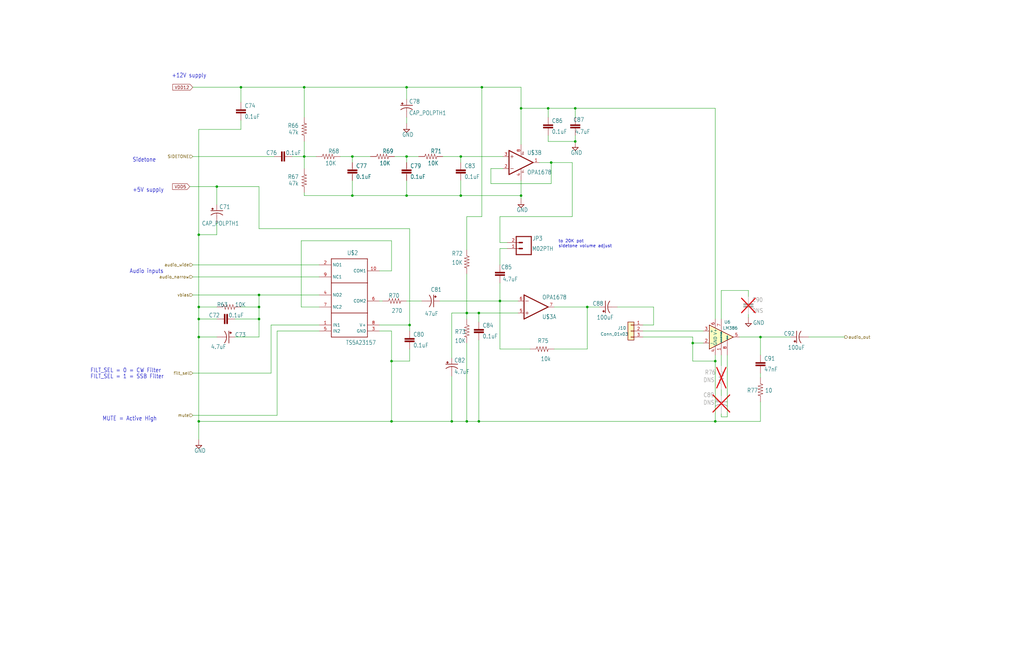
<source format=kicad_sch>
(kicad_sch (version 20230121) (generator eeschema)
  (paper "B")
  (lib_symbols
    (symbol "Amplifier_Audio:LM386" (pin_names (offset 0.127))
      (property "Reference" "U" (at 1.27 7.62 0))
      (property "Value" "LM386" (at 1.27 5.08 0))
      (symbol "LM386_0_1"
        (polyline (pts (xy 5.08 0) (xy -5.08 5.08) (xy -5.08 -5.08) (xy 5.08 0)) (stroke (width 0.254)) (fill (type background)))
      )
      (symbol "LM386_1_1"
        (pin input line (at 0 -7.62 90) (length 5.08) (name "GAIN") (number "1"))
        (pin input line (at -7.62 -2.54 0) (length 2.54) (name "-") (number "2"))
        (pin input line (at -7.62 2.54 0) (length 2.54) (name "+") (number "3"))
        (pin power_in line (at -2.54 -7.62 90) (length 3.81) (name "GND") (number "4"))
        (pin output line (at 7.62 0 180) (length 2.54) (name "~") (number "5"))
        (pin power_in line (at -2.54 7.62 270) (length 3.81) (name "V+") (number "6"))
        (pin input line (at 0 7.62 270) (length 5.08) (name "BYPASS") (number "7"))
        (pin input line (at 2.54 -7.62 90) (length 6.35) (name "GAIN") (number "8"))
      )
    )
    (symbol "Connector_Generic:Conn_01x03" (pin_names (offset 1.016) hide)
      (property "Reference" "J" (at 0 5.08 0))
      (property "Value" "Conn_01x03" (at 0 -5.08 0))
      (symbol "Conn_01x03_1_1"
        (rectangle (start -1.27 -2.413) (end 0 -2.667) (stroke (width 0.1524)))
        (rectangle (start -1.27 0.127) (end 0 -0.127) (stroke (width 0.1524)))
        (rectangle (start -1.27 2.667) (end 0 2.413) (stroke (width 0.1524)))
        (rectangle (start -1.27 3.81) (end 1.27 -3.81) (stroke (width 0.254)) (fill (type background)))
        (pin passive line (at -5.08 2.54 0) (length 3.81) (name "Pin_1") (number "1"))
        (pin passive line (at -5.08 0 0) (length 3.81) (name "Pin_2") (number "2"))
        (pin passive line (at -5.08 -2.54 0) (length 3.81) (name "Pin_3") (number "3"))
      )
    )
    (symbol "LM4562_1"
      (property "Reference" "U$602" (at 2.54 3.175 0))
      (property "Value" "OPA1678" (at 2.54 -5.08 0))
      (symbol "LM4562_1_1_0"
        (polyline (pts (xy -5.08 -5.08) (xy 5.08 0)) (stroke (width 0.4064)))
        (polyline (pts (xy -5.08 5.08) (xy -5.08 -5.08)) (stroke (width 0.4064)))
        (polyline (pts (xy -4.445 -2.54) (xy -3.175 -2.54)) (stroke (width 0.1524)))
        (polyline (pts (xy -4.445 2.54) (xy -3.175 2.54)) (stroke (width 0.1524)))
        (polyline (pts (xy -3.81 3.175) (xy -3.81 1.905)) (stroke (width 0.1524)))
        (polyline (pts (xy 5.08 0) (xy -5.08 5.08)) (stroke (width 0.4064)))
        (pin input line (at -7.62 2.54 0) (length 2.54) (name "+IN") (number "5"))
        (pin input line (at -7.62 -2.54 0) (length 2.54) (name "-IN") (number "6"))
        (pin output line (at 7.62 0 180) (length 2.54) (name "OUT") (number "7"))
      )
      (symbol "LM4562_1_2_0"
        (polyline (pts (xy -5.08 -5.08) (xy 5.08 0)) (stroke (width 0.4064)))
        (polyline (pts (xy -5.08 5.08) (xy -5.08 -5.08)) (stroke (width 0.4064)))
        (polyline (pts (xy -4.445 -2.54) (xy -3.175 -2.54)) (stroke (width 0.1524)))
        (polyline (pts (xy -4.445 2.54) (xy -3.175 2.54)) (stroke (width 0.1524)))
        (polyline (pts (xy -3.81 3.175) (xy -3.81 1.905)) (stroke (width 0.1524)))
        (polyline (pts (xy 5.08 0) (xy -5.08 5.08)) (stroke (width 0.4064)))
        (text "V+" (at 1.27 3.175 900) (effects (font (size 0.8128 0.6908)) (justify left bottom)))
        (text "V-" (at 1.27 -4.445 900) (effects (font (size 0.8128 0.6908)) (justify left bottom)))
        (pin output line (at 7.62 0 180) (length 2.54) (name "OUT") (number "1"))
        (pin input line (at -7.62 -2.54 0) (length 2.54) (name "-IN") (number "2"))
        (pin input line (at -7.62 2.54 0) (length 2.54) (name "+IN") (number "3"))
        (pin input line (at 0 -7.62 90) (length 5.08) (name "V-") (number "4"))
        (pin input line (at 0 7.62 270) (length 5.08) (name "V+") (number "8"))
      )
    )
    (symbol "audioModule2-eagle-import:CAP0603-CAP"
      (property "Reference" "C" (at 1.524 2.921 0))
      (property "Value" "CAP0603-CAP" (at 1.524 -2.159 0))
      (symbol "CAP0603-CAP_1_0"
        (rectangle (start -2.032 0.508) (end 2.032 1.016) (fill (type outline)))
        (rectangle (start -2.032 1.524) (end 2.032 2.032) (fill (type outline)))
        (polyline (pts (xy 0 0) (xy 0 0.508)) (stroke (width 0.1524)))
        (polyline (pts (xy 0 2.54) (xy 0 2.032)) (stroke (width 0.1524)))
        (pin passive line (at 0 5.08 270) (length 2.54) (name "1") (number "1"))
        (pin passive line (at 0 -2.54 90) (length 2.54) (name "2") (number "2"))
      )
    )
    (symbol "audioModule2-eagle-import:CAP_POLPTH1"
      (property "Reference" "C" (at 1.016 0.635 0))
      (property "Value" "CAP_POLPTH1" (at 1.016 -4.191 0))
      (symbol "CAP_POLPTH1_1_0"
        (rectangle (start -2.253 0.668) (end -1.364 0.795) (fill (type outline)))
        (rectangle (start -1.872 0.287) (end -1.745 1.176) (fill (type outline)))
        (arc (start 0 -1.0161) (mid -1.3021 -1.2302) (end -2.4669 -1.8504) (stroke (width 0.254)))
        (polyline (pts (xy -2.54 0) (xy 2.54 0)) (stroke (width 0.254)))
        (polyline (pts (xy 0 -1.016) (xy 0 -2.54)) (stroke (width 0.1524)))
        (arc (start 2.4892 -1.8542) (mid 1.3158 -1.2195) (end 0 -1) (stroke (width 0.254)))
        (pin passive line (at 0 2.54 270) (length 2.54) (name "+") (number "1"))
        (pin passive line (at 0 -5.08 90) (length 2.54) (name "-") (number "2"))
      )
    )
    (symbol "audioModule2-eagle-import:GND" (power)
      (property "Value" "GND" (at -1.905 -3.175 0))
      (symbol "GND_1_0"
        (polyline (pts (xy -1.27 0) (xy 1.27 0)) (stroke (width 0.254)))
        (polyline (pts (xy 0 -1.27) (xy -1.27 0)) (stroke (width 0.254)))
        (polyline (pts (xy 1.27 0) (xy 0 -1.27)) (stroke (width 0.254)))
        (pin power_in line (at 0 2.54 270) (length 2.54) (name "GND") (number "1"))
      )
    )
    (symbol "audioModule2-eagle-import:LM4562"
      (property "Reference" "U$602" (at 2.54 3.175 0))
      (property "Value" "OPA1678" (at 2.54 -5.08 0))
      (symbol "LM4562_1_0"
        (polyline (pts (xy -5.08 -5.08) (xy 5.08 0)) (stroke (width 0.4064)))
        (polyline (pts (xy -5.08 5.08) (xy -5.08 -5.08)) (stroke (width 0.4064)))
        (polyline (pts (xy -4.445 -2.54) (xy -3.175 -2.54)) (stroke (width 0.1524)))
        (polyline (pts (xy -4.445 2.54) (xy -3.175 2.54)) (stroke (width 0.1524)))
        (polyline (pts (xy -3.81 3.175) (xy -3.81 1.905)) (stroke (width 0.1524)))
        (polyline (pts (xy 5.08 0) (xy -5.08 5.08)) (stroke (width 0.4064)))
        (pin input line (at -7.62 2.54 0) (length 2.54) (name "+IN") (number "5"))
        (pin input line (at -7.62 -2.54 0) (length 2.54) (name "-IN") (number "6"))
        (pin output line (at 7.62 0 180) (length 2.54) (name "OUT") (number "7"))
      )
      (symbol "LM4562_2_0"
        (polyline (pts (xy -5.08 -5.08) (xy 5.08 0)) (stroke (width 0.4064)))
        (polyline (pts (xy -5.08 5.08) (xy -5.08 -5.08)) (stroke (width 0.4064)))
        (polyline (pts (xy -4.445 -2.54) (xy -3.175 -2.54)) (stroke (width 0.1524)))
        (polyline (pts (xy -4.445 2.54) (xy -3.175 2.54)) (stroke (width 0.1524)))
        (polyline (pts (xy -3.81 3.175) (xy -3.81 1.905)) (stroke (width 0.1524)))
        (polyline (pts (xy 5.08 0) (xy -5.08 5.08)) (stroke (width 0.4064)))
        (text "V+" (at 1.27 3.175 900) (effects (font (size 0.8128 0.6908)) (justify left bottom)))
        (text "V-" (at 1.27 -4.445 900) (effects (font (size 0.8128 0.6908)) (justify left bottom)))
        (pin output line (at 7.62 0 180) (length 2.54) (name "OUT") (number "1"))
        (pin input line (at -7.62 -2.54 0) (length 2.54) (name "-IN") (number "2"))
        (pin input line (at -7.62 2.54 0) (length 2.54) (name "+IN") (number "3"))
        (pin input line (at 0 -7.62 90) (length 5.08) (name "V-") (number "4"))
        (pin input line (at 0 7.62 270) (length 5.08) (name "V+") (number "8"))
      )
    )
    (symbol "audioModule2-eagle-import:RESISTOR0603-RES"
      (property "Reference" "R" (at -3.81 1.4986 0))
      (property "Value" "RESISTOR0603-RES" (at -3.81 -3.302 0))
      (symbol "RESISTOR0603-RES_1_0"
        (polyline (pts (xy -2.54 0) (xy -2.159 1.016)) (stroke (width 0.1524)))
        (polyline (pts (xy -2.159 1.016) (xy -1.524 -1.016)) (stroke (width 0.1524)))
        (polyline (pts (xy -1.524 -1.016) (xy -0.889 1.016)) (stroke (width 0.1524)))
        (polyline (pts (xy -0.889 1.016) (xy -0.254 -1.016)) (stroke (width 0.1524)))
        (polyline (pts (xy -0.254 -1.016) (xy 0.381 1.016)) (stroke (width 0.1524)))
        (polyline (pts (xy 0.381 1.016) (xy 1.016 -1.016)) (stroke (width 0.1524)))
        (polyline (pts (xy 1.016 -1.016) (xy 1.651 1.016)) (stroke (width 0.1524)))
        (polyline (pts (xy 1.651 1.016) (xy 2.286 -1.016)) (stroke (width 0.1524)))
        (polyline (pts (xy 2.286 -1.016) (xy 2.54 0)) (stroke (width 0.1524)))
        (pin passive line (at -5.08 0 0) (length 2.54) (name "1") (number "1"))
        (pin passive line (at 5.08 0 180) (length 2.54) (name "2") (number "2"))
      )
    )
    (symbol "audioModule2-eagle-import:TS5A23157"
      (property "Reference" "U$2" (at 6.604 34.544 0))
      (property "Value" "TS5A23157" (at 6.096 -3.302 0))
      (symbol "TS5A23157_1_0"
        (polyline (pts (xy 0 0) (xy 15.24 0)) (stroke (width 0.254)))
        (polyline (pts (xy 0 10.16) (xy 0 0)) (stroke (width 0.254)))
        (polyline (pts (xy 0 10.16) (xy 15.24 10.16)) (stroke (width 0.254)))
        (polyline (pts (xy 0 22.86) (xy 0 10.16)) (stroke (width 0.254)))
        (polyline (pts (xy 0 22.86) (xy 15.24 22.86)) (stroke (width 0.254)))
        (polyline (pts (xy 0 33.02) (xy 0 22.86)) (stroke (width 0.254)))
        (polyline (pts (xy 15.24 0) (xy 15.24 10.16)) (stroke (width 0.254)))
        (polyline (pts (xy 15.24 10.16) (xy 15.24 22.86)) (stroke (width 0.254)))
        (polyline (pts (xy 15.24 22.86) (xy 15.24 33.02)) (stroke (width 0.254)))
        (polyline (pts (xy 15.24 33.02) (xy 0 33.02)) (stroke (width 0.254)))
        (pin input line (at -5.08 5.08 0) (length 5.08) (name "IN1") (number "1"))
        (pin bidirectional line (at 20.32 27.94 180) (length 5.08) (name "COM1") (number "10"))
        (pin bidirectional line (at -5.08 30.48 0) (length 5.08) (name "NO1") (number "2"))
        (pin power_in line (at 20.32 2.54 180) (length 5.08) (name "GND") (number "3"))
        (pin bidirectional line (at -5.08 17.78 0) (length 5.08) (name "NO2") (number "4"))
        (pin input line (at -5.08 2.54 0) (length 5.08) (name "IN2") (number "5"))
        (pin bidirectional line (at 20.32 15.24 180) (length 5.08) (name "COM2") (number "6"))
        (pin bidirectional line (at -5.08 12.7 0) (length 5.08) (name "NC2") (number "7"))
        (pin power_in line (at 20.32 5.08 180) (length 5.08) (name "V+") (number "8"))
        (pin bidirectional line (at -5.08 25.4 0) (length 5.08) (name "NC1") (number "9"))
      )
    )
    (symbol "powerAmp_RevB-eagle-import:M02PTH"
      (property "Reference" "JP" (at -2.54 5.842 0))
      (property "Value" "M02PTH" (at -2.54 -5.08 0))
      (symbol "M02PTH_1_0"
        (polyline (pts (xy -2.54 5.08) (xy -2.54 -2.54)) (stroke (width 0.4064)))
        (polyline (pts (xy -2.54 5.08) (xy 3.81 5.08)) (stroke (width 0.4064)))
        (polyline (pts (xy 1.27 0) (xy 2.54 0)) (stroke (width 0.6096)))
        (polyline (pts (xy 1.27 2.54) (xy 2.54 2.54)) (stroke (width 0.6096)))
        (polyline (pts (xy 3.81 -2.54) (xy -2.54 -2.54)) (stroke (width 0.4064)))
        (polyline (pts (xy 3.81 -2.54) (xy 3.81 5.08)) (stroke (width 0.4064)))
        (pin passive line (at 7.62 0 180) (length 5.08) (name "1") (number "1"))
        (pin passive line (at 7.62 2.54 180) (length 5.08) (name "2") (number "2"))
      )
    )
  )
  (junction (at 171.45 82.55))
  (junction (at 301.625 177.8))
  (junction (at 165.1 177.8))
  (junction (at 219.71 45.72))
  (junction (at 83.82 177.8))
  (junction (at 83.82 134.62))
  (junction (at 171.45 66.04))
  (junction (at 210.82 127))
  (junction (at 201.93 132.08))
  (junction (at 292.1 144.78))
  (junction (at 172.72 137.16))
  (junction (at 231.14 45.72))
  (junction (at 109.22 124.46))
  (junction (at 196.85 177.8))
  (junction (at 247.65 129.54))
  (junction (at 203.2 36.83))
  (junction (at 83.82 129.54))
  (junction (at 242.57 59.69))
  (junction (at 242.57 45.72))
  (junction (at 128.27 66.04))
  (junction (at 190.5 177.8))
  (junction (at 194.31 82.55))
  (junction (at 320.675 142.24))
  (junction (at 83.82 142.24))
  (junction (at 91.44 78.74))
  (junction (at 148.59 66.04))
  (junction (at 171.45 36.83))
  (junction (at 232.41 68.58))
  (junction (at 109.22 134.62))
  (junction (at 109.22 129.54))
  (junction (at 194.31 66.04))
  (junction (at 165.1 152.4))
  (junction (at 101.6 36.83))
  (junction (at 301.625 152.4))
  (junction (at 219.71 82.55))
  (junction (at 196.85 132.08))
  (junction (at 148.59 82.55))
  (junction (at 201.93 177.8))
  (junction (at 128.27 36.83))
  (junction (at 83.82 99.06))
  (wire (pts (xy 275.59 129.54) (xy 275.59 137.16)))
  (wire (pts (xy 81.28 111.76) (xy 134.62 111.76)))
  (wire (pts (xy 81.28 124.46) (xy 109.22 124.46)))
  (wire (pts (xy 83.82 134.62) (xy 83.82 142.24)))
  (wire (pts (xy 116.84 139.7) (xy 134.62 139.7)))
  (wire (pts (xy 231.14 45.72) (xy 219.71 45.72)))
  (wire (pts (xy 114.3 157.48) (xy 114.3 137.16)))
  (wire (pts (xy 81.28 157.48) (xy 114.3 157.48)))
  (wire (pts (xy 80.01 78.74) (xy 91.44 78.74)))
  (wire (pts (xy 233.68 129.54) (xy 247.65 129.54)))
  (wire (pts (xy 275.59 137.16) (xy 271.145 137.16)))
  (wire (pts (xy 304.165 134.62) (xy 304.165 122.555)))
  (wire (pts (xy 114.3 137.16) (xy 134.62 137.16)))
  (wire (pts (xy 185.42 127) (xy 210.82 127)))
  (wire (pts (xy 116.84 139.7) (xy 116.84 175.26)))
  (wire (pts (xy 83.82 129.54) (xy 83.82 134.62)))
  (wire (pts (xy 260.35 129.54) (xy 275.59 129.54)))
  (wire (pts (xy 148.59 76.2) (xy 148.59 82.55)))
  (wire (pts (xy 190.5 158.75) (xy 190.5 177.8)))
  (wire (pts (xy 171.45 36.83) (xy 171.45 41.91)))
  (wire (pts (xy 109.22 96.52) (xy 172.72 96.52)))
  (wire (pts (xy 148.59 66.04) (xy 148.59 68.58)))
  (wire (pts (xy 128.27 66.04) (xy 128.27 71.12)))
  (wire (pts (xy 196.85 132.08) (xy 201.93 132.08)))
  (wire (pts (xy 83.82 99.06) (xy 83.82 129.54)))
  (wire (pts (xy 190.5 177.8) (xy 196.85 177.8)))
  (wire (pts (xy 233.68 147.32) (xy 247.65 147.32)))
  (wire (pts (xy 91.44 86.36) (xy 91.44 78.74)))
  (wire (pts (xy 128.27 36.83) (xy 171.45 36.83)))
  (wire (pts (xy 160.02 139.7) (xy 165.1 139.7)))
  (wire (pts (xy 242.57 45.72) (xy 231.14 45.72)))
  (wire (pts (xy 304.165 149.86) (xy 304.165 154.305)))
  (wire (pts (xy 301.625 149.86) (xy 301.625 152.4)))
  (wire (pts (xy 219.71 45.72) (xy 219.71 36.83)))
  (wire (pts (xy 203.2 36.83) (xy 171.45 36.83)))
  (wire (pts (xy 172.72 152.4) (xy 165.1 152.4)))
  (wire (pts (xy 83.82 142.24) (xy 91.44 142.24)))
  (wire (pts (xy 210.82 102.362) (xy 213.868 102.362)))
  (wire (pts (xy 231.14 57.15) (xy 231.14 59.69)))
  (wire (pts (xy 165.1 152.4) (xy 165.1 177.8)))
  (wire (pts (xy 171.45 49.53) (xy 171.45 52.07)))
  (wire (pts (xy 219.71 36.83) (xy 203.2 36.83)))
  (wire (pts (xy 128.27 81.28) (xy 128.27 82.55)))
  (wire (pts (xy 301.625 152.4) (xy 301.625 177.8)))
  (wire (pts (xy 210.82 91.44) (xy 210.82 102.362)))
  (wire (pts (xy 301.625 45.72) (xy 242.57 45.72)))
  (wire (pts (xy 91.44 78.74) (xy 109.22 78.74)))
  (wire (pts (xy 194.31 66.04) (xy 212.09 66.04)))
  (wire (pts (xy 127 129.54) (xy 134.62 129.54)))
  (wire (pts (xy 247.65 129.54) (xy 252.73 129.54)))
  (wire (pts (xy 210.82 91.44) (xy 241.3 91.44)))
  (wire (pts (xy 304.165 175.895) (xy 306.705 175.895)))
  (wire (pts (xy 134.62 124.46) (xy 109.22 124.46)))
  (wire (pts (xy 165.1 177.8) (xy 190.5 177.8)))
  (wire (pts (xy 128.27 66.04) (xy 133.35 66.04)))
  (wire (pts (xy 101.6 43.18) (xy 101.6 36.83)))
  (wire (pts (xy 123.19 66.04) (xy 128.27 66.04)))
  (wire (pts (xy 172.72 139.7) (xy 172.72 137.16)))
  (wire (pts (xy 196.85 177.8) (xy 201.93 177.8)))
  (wire (pts (xy 128.27 59.69) (xy 128.27 66.04)))
  (wire (pts (xy 81.28 36.83) (xy 101.6 36.83)))
  (wire (pts (xy 301.625 134.62) (xy 301.625 45.72)))
  (wire (pts (xy 194.31 66.04) (xy 194.31 68.58)))
  (wire (pts (xy 292.1 142.24) (xy 292.1 144.78)))
  (wire (pts (xy 101.6 54.61) (xy 83.82 54.61)))
  (wire (pts (xy 196.85 105.41) (xy 196.85 91.44)))
  (wire (pts (xy 196.85 132.08) (xy 196.85 134.62)))
  (wire (pts (xy 271.145 142.24) (xy 292.1 142.24)))
  (wire (pts (xy 311.785 142.24) (xy 320.675 142.24)))
  (wire (pts (xy 165.1 114.3) (xy 165.1 101.6)))
  (wire (pts (xy 212.09 71.12) (xy 207.01 71.12)))
  (wire (pts (xy 109.22 134.62) (xy 109.22 142.24)))
  (wire (pts (xy 219.71 76.2) (xy 219.71 82.55)))
  (wire (pts (xy 81.28 66.04) (xy 115.57 66.04)))
  (wire (pts (xy 165.1 139.7) (xy 165.1 152.4)))
  (wire (pts (xy 223.52 147.32) (xy 210.82 147.32)))
  (wire (pts (xy 247.65 129.54) (xy 247.65 147.32)))
  (wire (pts (xy 109.22 78.74) (xy 109.22 96.52)))
  (wire (pts (xy 171.45 127) (xy 177.8 127)))
  (wire (pts (xy 296.545 144.78) (xy 292.1 144.78)))
  (wire (pts (xy 196.85 91.44) (xy 203.2 91.44)))
  (wire (pts (xy 148.59 66.04) (xy 156.21 66.04)))
  (wire (pts (xy 304.165 174.625) (xy 304.165 175.895)))
  (wire (pts (xy 160.02 114.3) (xy 165.1 114.3)))
  (wire (pts (xy 201.93 132.08) (xy 201.93 135.89)))
  (wire (pts (xy 171.45 66.04) (xy 171.45 68.58)))
  (wire (pts (xy 196.85 115.57) (xy 196.85 132.08)))
  (wire (pts (xy 241.3 91.44) (xy 241.3 68.58)))
  (wire (pts (xy 171.45 76.2) (xy 171.45 82.55)))
  (wire (pts (xy 148.59 82.55) (xy 171.45 82.55)))
  (wire (pts (xy 194.31 82.55) (xy 219.71 82.55)))
  (wire (pts (xy 320.675 142.24) (xy 320.675 149.86)))
  (wire (pts (xy 81.28 116.84) (xy 134.62 116.84)))
  (wire (pts (xy 304.165 122.555) (xy 315.595 122.555)))
  (wire (pts (xy 91.44 129.54) (xy 83.82 129.54)))
  (wire (pts (xy 81.28 175.26) (xy 116.84 175.26)))
  (wire (pts (xy 207.01 77.47) (xy 232.41 77.47)))
  (wire (pts (xy 91.44 134.62) (xy 83.82 134.62)))
  (wire (pts (xy 232.41 77.47) (xy 232.41 68.58)))
  (wire (pts (xy 109.22 129.54) (xy 109.22 124.46)))
  (wire (pts (xy 172.72 137.16) (xy 160.02 137.16)))
  (wire (pts (xy 190.5 132.08) (xy 196.85 132.08)))
  (wire (pts (xy 320.675 177.8) (xy 301.625 177.8)))
  (wire (pts (xy 190.5 151.13) (xy 190.5 132.08)))
  (wire (pts (xy 203.2 91.44) (xy 203.2 36.83)))
  (wire (pts (xy 101.6 36.83) (xy 128.27 36.83)))
  (wire (pts (xy 101.6 129.54) (xy 109.22 129.54)))
  (wire (pts (xy 186.69 66.04) (xy 194.31 66.04)))
  (wire (pts (xy 231.14 59.69) (xy 242.57 59.69)))
  (wire (pts (xy 83.82 142.24) (xy 83.82 177.8)))
  (wire (pts (xy 242.57 49.53) (xy 242.57 45.72)))
  (wire (pts (xy 315.595 132.715) (xy 315.595 133.985)))
  (wire (pts (xy 165.1 101.6) (xy 127 101.6)))
  (wire (pts (xy 210.82 127) (xy 218.44 127)))
  (wire (pts (xy 241.3 68.58) (xy 232.41 68.58)))
  (wire (pts (xy 210.82 127) (xy 210.82 147.32)))
  (wire (pts (xy 201.93 177.8) (xy 301.625 177.8)))
  (wire (pts (xy 219.71 82.55) (xy 219.71 83.82)))
  (wire (pts (xy 109.22 134.62) (xy 109.22 129.54)))
  (wire (pts (xy 128.27 36.83) (xy 128.27 49.53)))
  (wire (pts (xy 128.27 82.55) (xy 148.59 82.55)))
  (wire (pts (xy 232.41 68.58) (xy 227.33 68.58)))
  (wire (pts (xy 143.51 66.04) (xy 148.59 66.04)))
  (wire (pts (xy 91.44 93.98) (xy 91.44 99.06)))
  (wire (pts (xy 83.82 177.8) (xy 83.82 185.42)))
  (wire (pts (xy 166.37 66.04) (xy 171.45 66.04)))
  (wire (pts (xy 196.85 144.78) (xy 196.85 177.8)))
  (wire (pts (xy 99.06 134.62) (xy 109.22 134.62)))
  (wire (pts (xy 219.71 60.96) (xy 219.71 45.72)))
  (wire (pts (xy 306.705 175.895) (xy 306.705 149.86)))
  (wire (pts (xy 292.1 144.78) (xy 292.1 152.4)))
  (wire (pts (xy 83.82 177.8) (xy 165.1 177.8)))
  (wire (pts (xy 127 101.6) (xy 127 129.54)))
  (wire (pts (xy 99.06 142.24) (xy 109.22 142.24)))
  (wire (pts (xy 210.82 119.38) (xy 210.82 127)))
  (wire (pts (xy 171.45 66.04) (xy 176.53 66.04)))
  (wire (pts (xy 210.82 104.902) (xy 210.82 111.76)))
  (wire (pts (xy 292.1 152.4) (xy 301.625 152.4)))
  (wire (pts (xy 207.01 71.12) (xy 207.01 77.47)))
  (wire (pts (xy 201.93 132.08) (xy 218.44 132.08)))
  (wire (pts (xy 210.82 104.902) (xy 213.868 104.902)))
  (wire (pts (xy 171.45 82.55) (xy 194.31 82.55)))
  (wire (pts (xy 160.02 127) (xy 161.29 127)))
  (wire (pts (xy 340.995 142.24) (xy 356.235 142.24)))
  (wire (pts (xy 201.93 143.51) (xy 201.93 177.8)))
  (wire (pts (xy 320.675 157.48) (xy 320.675 159.385)))
  (wire (pts (xy 320.675 169.545) (xy 320.675 177.8)))
  (wire (pts (xy 194.31 76.2) (xy 194.31 82.55)))
  (wire (pts (xy 304.165 164.465) (xy 304.165 167.005)))
  (wire (pts (xy 172.72 147.32) (xy 172.72 152.4)))
  (wire (pts (xy 320.675 142.24) (xy 333.375 142.24)))
  (wire (pts (xy 242.57 57.15) (xy 242.57 59.69)))
  (wire (pts (xy 101.6 50.8) (xy 101.6 54.61)))
  (wire (pts (xy 83.82 54.61) (xy 83.82 99.06)))
  (wire (pts (xy 231.14 49.53) (xy 231.14 45.72)))
  (wire (pts (xy 172.72 96.52) (xy 172.72 137.16)))
  (wire (pts (xy 271.145 139.7) (xy 296.545 139.7)))
  (wire (pts (xy 91.44 99.06) (xy 83.82 99.06)))
  (wire (pts (xy 315.595 122.555) (xy 315.595 125.095)))
  (text "Sidetone" (at 55.88 68.58 0) (effects (font (size 1.778 1.5113)) (justify left bottom)))
  (text "+5V supply" (at 55.88 81.28 0) (effects (font (size 1.778 1.5113)) (justify left bottom)))
  (text "to 20K pot\nsidetone volume adjust" (at 235.458 104.648 0) (effects (font (size 1.27 1.27)) (justify left bottom)))
  (text "Audio inputs" (at 54.61 115.57 0) (effects (font (size 1.778 1.5113)) (justify left bottom)))
  (text "MUTE = Active High" (at 43.18 177.8 0) (effects (font (size 1.778 1.5113)) (justify left bottom)))
  (text "FILT_SEL = 0 = CW Filter" (at 38.1 157.48 0) (effects (font (size 1.778 1.5113)) (justify left bottom)))
  (text "+12V supply" (at 72.39 33.02 0) (effects (font (size 1.778 1.5113)) (justify left bottom)))
  (text "FILT_SEL = 1 = SSB Filter" (at 38.1 160.02 0) (effects (font (size 1.778 1.5113)) (justify left bottom)))
  (global_label "VDD12" (shape input) (at 81.28 36.83 180) (property "Intersheetrefs" "${INTERSHEET_REFS}" (at 72.7887 36.83 0) (effects (justify right))))
  (global_label "VDD5" (shape input) (at 80.01 78.74 180) (property "Intersheetrefs" "${INTERSHEET_REFS}" (at 72.5076 78.74 0) (effects (justify right))))
  (hierarchical_label "audio_narrow" (shape input) (at 81.28 116.84 180))
  (hierarchical_label "vbias" (shape input) (at 81.28 124.46 180))
  (hierarchical_label "SIDETONE" (shape input) (at 81.28 66.04 180))
  (hierarchical_label "audio_wide" (shape input) (at 81.28 111.76 180))
  (hierarchical_label "mute" (shape input) (at 81.28 175.26 180))
  (hierarchical_label "audio_out" (shape output) (at 356.235 142.24 0))
  (hierarchical_label "filt_sel" (shape input) (at 81.28 157.48 180))
  (symbol (lib_id "audioModule2-eagle-import:CAP_POLPTH1") (at 171.45 44.45 0) (unit 1)
    (property "Reference" "C78" (at 172.466 43.815 0) (effects (font (size 1.778 1.5113)) (justify left bottom)))
    (property "Value" "CAP_POLPTH1" (at 172.466 48.641 0) (effects (font (size 1.778 1.5113)) (justify left bottom)))
    (property "Footprint" "Capacitor_THT:CP_Radial_D6.3mm_P2.50mm" (effects hide))
    (instances (project "fieldRadio_1.1" (path "" (reference "C78") (unit 1))) (project "" (path "" (reference "C9") (unit 1))))
  )
  (symbol (lib_id "audioModule2-eagle-import:CAP_POLPTH1") (at 96.52 142.24 270) (unit 1)
    (property "Reference" "C73" (at 99.06 142.24 90) (effects (font (size 1.778 1.5113)) (justify left bottom)))
    (property "Value" "4.7uF" (at 88.9 147.32 90) (effects (font (size 1.778 1.5113)) (justify left bottom)))
    (property "Footprint" "Capacitor_THT:CP_Radial_D6.3mm_P2.50mm" (effects hide))
    (instances (project "fieldRadio_1.1" (path "" (reference "C73") (unit 1))) (project "" (path "" (reference "C3") (unit 1))))
  )
  (symbol (lib_id "audioModule2-eagle-import:RESISTOR0603-RES") (at 161.29 66.04 0) (unit 1)
    (property "Reference" "R69" (at 161.29 64.77 0) (effects (font (size 1.778 1.5113)) (justify left bottom)))
    (property "Value" "10K" (at 160.02 69.85 0) (effects (font (size 1.778 1.5113)) (justify left bottom)))
    (property "Footprint" "Resistor_SMD:R_0603_1608Metric_Pad0.98x0.95mm_HandSolder" (effects hide))
    (instances (project "fieldRadio_1.1" (path "" (reference "R69") (unit 1))) (project "" (path "" (reference "R9") (unit 1))))
  )
  (symbol (lib_id "audioModule2-eagle-import:CAP0603-CAP") (at 101.6 45.72 180) (unit 1)
    (property "Reference" "C74" (at 103.124 45.593 0) (effects (font (size 1.778 1.5113)) (justify right top)))
    (property "Value" "0.1uF" (at 103.124 50.165 0) (effects (font (size 1.778 1.5113)) (justify right top)))
    (property "Footprint" "Capacitor_SMD:C_0603_1608Metric_Pad1.08x0.95mm_HandSolder" (effects hide))
    (instances (project "fieldRadio_1.1" (path "" (reference "C74") (unit 1))) (project "" (path "" (reference "C4") (unit 1))))
  )
  (symbol (lib_id "audioModule2-eagle-import:CAP0603-CAP") (at 231.14 52.07 180) (unit 1)
    (property "Reference" "C86" (at 232.664 51.943 0) (effects (font (size 1.778 1.5113)) (justify right top)))
    (property "Value" "0.1uF" (at 232.664 56.515 0) (effects (font (size 1.778 1.5113)) (justify right top)))
    (property "Footprint" "Capacitor_SMD:C_0603_1608Metric_Pad1.08x0.95mm_HandSolder" (effects hide))
    (instances (project "fieldRadio_1.1" (path "" (reference "C86") (unit 1))) (project "" (path "" (reference "C18") (unit 1))))
  )
  (symbol (lib_id "audioModule2-eagle-import:GND") (at 219.71 86.36 0) (unit 1)
    (property "Reference" "#SUPPLY013" (effects hide))
    (property "Value" "GND" (at 217.805 89.535 0) (effects (font (size 1.778 1.5113)) (justify left bottom)))
    (property "Footprint" "audioModule2:" (effects hide))
    (instances (project "fieldRadio_1.1" (path "" (reference "#SUPPLY013") (unit 1))) (project "" (path "" (reference "#SUPPLY03") (unit 1))))
  )
  (symbol (lib_id "audioModule2-eagle-import:RESISTOR0603-RES") (at 181.61 66.04 0) (unit 1)
    (property "Reference" "R71" (at 181.61 64.77 0) (effects (font (size 1.778 1.5113)) (justify left bottom)))
    (property "Value" "10K" (at 180.34 69.85 0) (effects (font (size 1.778 1.5113)) (justify left bottom)))
    (property "Footprint" "Resistor_SMD:R_0603_1608Metric_Pad0.98x0.95mm_HandSolder" (effects hide))
    (instances (project "fieldRadio_1.1" (path "" (reference "R71") (unit 1))) (project "" (path "" (reference "R11") (unit 1))))
  )
  (symbol (lib_id "powerAmp_RevB-eagle-import:M02PTH") (at 221.488 104.902 0) (mirror y) (unit 1)
    (property "Reference" "JP3" (at 228.854 101.6 0) (effects (font (size 1.778 1.5113)) (justify left bottom)))
    (property "Value" "M02PTH" (at 233.426 105.918 0) (effects (font (size 1.778 1.5113)) (justify left bottom)))
    (property "Footprint" "Connector_PinHeader_2.54mm:PinHeader_1x02_P2.54mm_Vertical" (effects hide))
  )
  (symbol (lib_id "Amplifier_Audio:LM386") (at 304.165 142.24 0) (unit 1)
    (property "Reference" "U6" (at 306.705 135.89 0))
    (property "Value" "LM386" (at 307.975 138.43 0))
    (property "Footprint" "Package_DIP:DIP-8_W10.16mm_LongPads" (effects hide))
    (property "Datasheet" "http://www.ti.com/lit/ds/symlink/lm386.pdf" (effects hide))
  )
  (symbol (lib_id "audioModule2-eagle-import:CAP_POLPTH1") (at 182.88 127 270) (unit 1)
    (property "Reference" "C81" (at 181.61 123.19 90) (effects (font (size 1.778 1.5113)) (justify left bottom)))
    (property "Value" "47uF" (at 179.07 133.35 90) (effects (font (size 1.778 1.5113)) (justify left bottom)))
    (property "Footprint" "Capacitor_THT:CP_Radial_D6.3mm_P2.50mm" (effects hide))
    (instances (project "fieldRadio_1.1" (path "" (reference "C81") (unit 1))) (project "" (path "" (reference "C8") (unit 1))))
  )
  (symbol (lib_id "audioModule2-eagle-import:GND") (at 242.57 62.23 0) (unit 1)
    (property "Reference" "#SUPPLY014" (effects hide))
    (property "Value" "GND" (at 240.665 65.405 0) (effects (font (size 1.778 1.5113)) (justify left bottom)))
    (property "Footprint" "audioModule2:" (effects hide))
    (instances (project "fieldRadio_1.1" (path "" (reference "#SUPPLY014") (unit 1))) (project "" (path "" (reference "#SUPPLY05") (unit 1))))
  )
  (symbol (lib_id "audioModule2-eagle-import:RESISTOR0603-RES") (at 304.165 159.385 270) (unit 1) (dnp yes)
    (property "Reference" "R76" (at 297.18 158.115 90) (effects (font (size 1.778 1.5113)) (justify left bottom)))
    (property "Value" "DNS" (at 296.545 161.29 90) (effects (font (size 1.778 1.5113)) (justify left bottom)))
    (property "Footprint" "Resistor_SMD:R_0603_1608Metric_Pad0.98x0.95mm_HandSolder" (effects hide))
  )
  (symbol (lib_id "audioModule2-eagle-import:CAP0603-CAP") (at 118.11 66.04 270) (unit 1)
    (property "Reference" "C76" (at 116.84 63.5 90) (effects (font (size 1.778 1.5113)) (justify right top)))
    (property "Value" "0.1uF" (at 127 63.5 90) (effects (font (size 1.778 1.5113)) (justify right top)))
    (property "Footprint" "Capacitor_SMD:C_0603_1608Metric_Pad1.08x0.95mm_HandSolder" (effects hide))
    (instances (project "fieldRadio_1.1" (path "" (reference "C76") (unit 1))) (project "" (path "" (reference "C6") (unit 1))))
  )
  (symbol (lib_name "LM4562_1") (lib_id "audioModule2-eagle-import:LM4562") (at 219.71 68.58 0) (unit 2)
    (property "Reference" "U$3" (at 222.25 65.405 0) (effects (font (size 1.778 1.5113)) (justify left bottom)))
    (property "Value" "OPA1678" (at 222.25 73.66 0) (effects (font (size 1.778 1.5113)) (justify left bottom)))
    (property "Footprint" "Package_SO:SOIC-8_3.9x4.9mm_P1.27mm" (effects hide))
    (instances (project "fieldRadio_1.1" (path "" (reference "U$3") (unit 2))) (project "" (path "" (reference "U$2") (unit 2))))
  )
  (symbol (lib_id "audioModule2-eagle-import:RESISTOR0603-RES") (at 196.85 110.49 270) (unit 1)
    (property "Reference" "R72" (at 190.5 107.95 90) (effects (font (size 1.778 1.5113)) (justify left bottom)))
    (property "Value" "10K" (at 190.5 111.76 90) (effects (font (size 1.778 1.5113)) (justify left bottom)))
    (property "Footprint" "Resistor_SMD:R_0603_1608Metric_Pad0.98x0.95mm_HandSolder" (effects hide))
    (instances (project "fieldRadio_1.1" (path "" (reference "R72") (unit 1))) (project "" (path "" (reference "R12") (unit 1))))
  )
  (symbol (lib_id "audioModule2-eagle-import:CAP0603-CAP") (at 194.31 71.12 180) (unit 1)
    (property "Reference" "C83" (at 195.834 70.993 0) (effects (font (size 1.778 1.5113)) (justify right top)))
    (property "Value" "0.1uF" (at 195.834 75.565 0) (effects (font (size 1.778 1.5113)) (justify right top)))
    (property "Footprint" "Capacitor_SMD:C_0603_1608Metric_Pad1.08x0.95mm_HandSolder" (effects hide))
    (instances (project "fieldRadio_1.1" (path "" (reference "C83") (unit 1))) (project "" (path "" (reference "C13") (unit 1))))
  )
  (symbol (lib_id "audioModule2-eagle-import:CAP_POLPTH1") (at 304.165 169.545 0) (unit 1) (dnp yes)
    (property "Reference" "C89" (at 296.545 167.64 0) (effects (font (size 1.778 1.5113)) (justify left bottom)))
    (property "Value" "DNS" (at 296.545 170.815 0) (effects (font (size 1.778 1.5113)) (justify left bottom)))
    (property "Footprint" "Capacitor_THT:CP_Radial_D6.3mm_P2.50mm" (effects hide))
  )
  (symbol (lib_id "audioModule2-eagle-import:RESISTOR0603-RES") (at 320.675 164.465 270) (unit 1)
    (property "Reference" "R77" (at 314.96 165.735 90) (effects (font (size 1.778 1.5113)) (justify left bottom)))
    (property "Value" "10" (at 322.58 165.735 90) (effects (font (size 1.778 1.5113)) (justify left bottom)))
    (property "Footprint" "Resistor_SMD:R_0603_1608Metric_Pad0.98x0.95mm_HandSolder" (effects hide))
  )
  (symbol (lib_id "audioModule2-eagle-import:CAP0603-CAP") (at 172.72 142.24 180) (unit 1)
    (property "Reference" "C80" (at 174.244 142.113 0) (effects (font (size 1.778 1.5113)) (justify right top)))
    (property "Value" "0.1uF" (at 174.244 146.685 0) (effects (font (size 1.778 1.5113)) (justify right top)))
    (property "Footprint" "Capacitor_SMD:C_0603_1608Metric_Pad1.08x0.95mm_HandSolder" (effects hide))
    (instances (project "fieldRadio_1.1" (path "" (reference "C80") (unit 1))) (project "" (path "" (reference "C11") (unit 1))))
  )
  (symbol (lib_id "audioModule2-eagle-import:CAP0603-CAP") (at 148.59 71.12 180) (unit 1)
    (property "Reference" "C77" (at 150.114 70.993 0) (effects (font (size 1.778 1.5113)) (justify right top)))
    (property "Value" "0.1uF" (at 150.114 75.565 0) (effects (font (size 1.778 1.5113)) (justify right top)))
    (property "Footprint" "Capacitor_SMD:C_0603_1608Metric_Pad1.08x0.95mm_HandSolder" (effects hide))
    (instances (project "fieldRadio_1.1" (path "" (reference "C77") (unit 1))) (project "" (path "" (reference "C7") (unit 1))))
  )
  (symbol (lib_id "audioModule2-eagle-import:RESISTOR0603-RES") (at 138.43 66.04 0) (unit 1)
    (property "Reference" "R68" (at 138.43 64.77 0) (effects (font (size 1.778 1.5113)) (justify left bottom)))
    (property "Value" "10K" (at 137.16 69.85 0) (effects (font (size 1.778 1.5113)) (justify left bottom)))
    (property "Footprint" "Resistor_SMD:R_0603_1608Metric_Pad0.98x0.95mm_HandSolder" (effects hide))
    (instances (project "fieldRadio_1.1" (path "" (reference "R68") (unit 1))) (project "" (path "" (reference "R7") (unit 1))))
  )
  (symbol (lib_id "audioModule2-eagle-import:RESISTOR0603-RES") (at 166.37 127 0) (unit 1)
    (property "Reference" "R70" (at 163.83 125.73 0) (effects (font (size 1.778 1.5113)) (justify left bottom)))
    (property "Value" "270" (at 165.1 132.08 0) (effects (font (size 1.778 1.5113)) (justify left bottom)))
    (property "Footprint" "Resistor_SMD:R_0603_1608Metric_Pad0.98x0.95mm_HandSolder" (effects hide))
    (instances (project "fieldRadio_1.1" (path "" (reference "R70") (unit 1))) (project "" (path "" (reference "R10") (unit 1))))
  )
  (symbol (lib_id "audioModule2-eagle-import:LM4562") (at 226.06 129.54 0) (mirror x) (unit 1)
    (property "Reference" "U$3" (at 228.6 132.715 0) (effects (font (size 1.778 1.5113)) (justify left bottom)))
    (property "Value" "OPA1678" (at 228.6 124.46 0) (effects (font (size 1.778 1.5113)) (justify left bottom)))
    (property "Footprint" "Package_SO:SOIC-8_3.9x4.9mm_P1.27mm" (effects hide))
    (instances (project "fieldRadio_1.1" (path "" (reference "U$3") (unit 1))) (project "" (path "" (reference "U$2") (unit 1))))
  )
  (symbol (lib_id "audioModule2-eagle-import:RESISTOR0603-RES") (at 228.6 147.32 0) (unit 1)
    (property "Reference" "R75" (at 226.695 144.78 0) (effects (font (size 1.778 1.5113)) (justify left bottom)))
    (property "Value" "10k" (at 227.965 152.4 0) (effects (font (size 1.778 1.5113)) (justify left bottom)))
    (property "Footprint" "Resistor_SMD:R_0603_1608Metric_Pad0.98x0.95mm_HandSolder" (effects hide))
    (instances (project "fieldRadio_1.1" (path "" (reference "R75") (unit 1))) (project "" (path "" (reference "R15") (unit 1))))
  )
  (symbol (lib_id "audioModule2-eagle-import:GND") (at 315.595 136.525 0) (unit 1)
    (property "Reference" "#SUPPLY015" (effects hide))
    (property "Value" "GND" (at 317.5 137.16 0) (effects (font (size 1.778 1.5113)) (justify left bottom)))
    (property "Footprint" "audioModule2:" (effects hide))
  )
  (symbol (lib_id "audioModule2-eagle-import:CAP0603-CAP") (at 210.82 116.84 0) (unit 1)
    (property "Reference" "C85" (at 215.9 111.76 0) (effects (font (size 1.778 1.5113)) (justify right top)))
    (property "Value" "4.7uF" (at 218.44 116.84 0) (effects (font (size 1.778 1.5113)) (justify right top)))
    (property "Footprint" "Capacitor_SMD:C_0603_1608Metric_Pad1.08x0.95mm_HandSolder" (effects hide))
    (instances (project "fieldRadio_1.1" (path "" (reference "C85") (unit 1))) (project "" (path "" (reference "C15") (unit 1))))
  )
  (symbol (lib_id "audioModule2-eagle-import:CAP0603-CAP") (at 201.93 138.43 180) (unit 1)
    (property "Reference" "C84" (at 203.454 138.303 0) (effects (font (size 1.778 1.5113)) (justify right top)))
    (property "Value" "0.1uF" (at 203.454 142.875 0) (effects (font (size 1.778 1.5113)) (justify right top)))
    (property "Footprint" "Capacitor_SMD:C_0603_1608Metric_Pad1.08x0.95mm_HandSolder" (effects hide))
    (instances (project "fieldRadio_1.1" (path "" (reference "C84") (unit 1))) (project "" (path "" (reference "C14") (unit 1))))
  )
  (symbol (lib_id "Connector_Generic:Conn_01x03") (at 266.065 139.7 0) (mirror y) (unit 1)
    (property "Reference" "J10" (at 262.255 138.43 0))
    (property "Value" "Conn_01x03" (at 259.08 140.97 0))
    (property "Footprint" "Connector_PinHeader_2.54mm:PinHeader_1x03_P2.54mm_Vertical" (effects hide))
  )
  (symbol (lib_id "audioModule2-eagle-import:RESISTOR0603-RES") (at 96.52 129.54 0) (unit 1)
    (property "Reference" "R63" (at 91.44 129.54 0) (effects (font (size 1.778 1.5113)) (justify left bottom)))
    (property "Value" "10K" (at 99.06 129.54 0) (effects (font (size 1.778 1.5113)) (justify left bottom)))
    (property "Footprint" "Resistor_SMD:R_0603_1608Metric_Pad0.98x0.95mm_HandSolder" (effects hide))
    (instances (project "fieldRadio_1.1" (path "" (reference "R63") (unit 1))) (project "" (path "" (reference "R1") (unit 1))))
  )
  (symbol (lib_id "audioModule2-eagle-import:CAP0603-CAP") (at 93.98 134.62 270) (unit 1)
    (property "Reference" "C72" (at 92.71 132.08 90) (effects (font (size 1.778 1.5113)) (justify right top)))
    (property "Value" "0.1uF" (at 102.87 132.08 90) (effects (font (size 1.778 1.5113)) (justify right top)))
    (property "Footprint" "Capacitor_SMD:C_0603_1608Metric_Pad1.08x0.95mm_HandSolder" (effects hide))
    (instances (project "fieldRadio_1.1" (path "" (reference "C72") (unit 1))) (project "" (path "" (reference "C2") (unit 1))))
  )
  (symbol (lib_id "audioModule2-eagle-import:GND") (at 171.45 54.61 0) (unit 1)
    (property "Reference" "#SUPPLY012" (effects hide))
    (property "Value" "GND" (at 169.545 57.785 0) (effects (font (size 1.778 1.5113)) (justify left bottom)))
    (property "Footprint" "audioModule2:" (effects hide))
    (instances (project "fieldRadio_1.1" (path "" (reference "#SUPPLY012") (unit 1))) (project "" (path "" (reference "#SUPPLY02") (unit 1))))
  )
  (symbol (lib_id "audioModule2-eagle-import:RESISTOR0603-RES") (at 128.27 54.61 90) (unit 1)
    (property "Reference" "R66" (at 125.984 52.0446 90) (effects (font (size 1.778 1.5113)) (justify left bottom)))
    (property "Value" "47k" (at 125.984 54.864 90) (effects (font (size 1.778 1.5113)) (justify left bottom)))
    (property "Footprint" "Resistor_SMD:R_0603_1608Metric_Pad0.98x0.95mm_HandSolder" (effects hide))
    (instances (project "fieldRadio_1.1" (path "" (reference "R66") (unit 1))) (project "" (path "" (reference "R5") (unit 1))))
  )
  (symbol (lib_id "audioModule2-eagle-import:RESISTOR0603-RES") (at 196.85 139.7 270) (unit 1)
    (property "Reference" "R73" (at 191.77 140.97 90) (effects (font (size 1.778 1.5113)) (justify left bottom)))
    (property "Value" "10K" (at 191.77 144.78 90) (effects (font (size 1.778 1.5113)) (justify left bottom)))
    (property "Footprint" "Resistor_SMD:R_0603_1608Metric_Pad0.98x0.95mm_HandSolder" (effects hide))
    (instances (project "fieldRadio_1.1" (path "" (reference "R73") (unit 1))) (project "" (path "" (reference "R13") (unit 1))))
  )
  (symbol (lib_id "audioModule2-eagle-import:CAP_POLPTH1") (at 91.44 88.9 0) (unit 1)
    (property "Reference" "C71" (at 92.456 88.265 0) (effects (font (size 1.778 1.5113)) (justify left bottom)))
    (property "Value" "CAP_POLPTH1" (at 85.09 95.25 0) (effects (font (size 1.778 1.5113)) (justify left bottom)))
    (property "Footprint" "Capacitor_THT:CP_Radial_D6.3mm_P2.50mm" (effects hide))
    (instances (project "fieldRadio_1.1" (path "" (reference "C71") (unit 1))) (project "" (path "" (reference "C1") (unit 1))))
  )
  (symbol (lib_id "audioModule2-eagle-import:RESISTOR0603-RES") (at 128.27 76.2 90) (unit 1)
    (property "Reference" "R67" (at 125.984 73.6346 90) (effects (font (size 1.778 1.5113)) (justify left bottom)))
    (property "Value" "47k" (at 125.984 76.454 90) (effects (font (size 1.778 1.5113)) (justify left bottom)))
    (property "Footprint" "Resistor_SMD:R_0603_1608Metric_Pad0.98x0.95mm_HandSolder" (effects hide))
    (instances (project "fieldRadio_1.1" (path "" (reference "R67") (unit 1))) (project "" (path "" (reference "R6") (unit 1))))
  )
  (symbol (lib_id "audioModule2-eagle-import:CAP0603-CAP") (at 171.45 71.12 180) (unit 1)
    (property "Reference" "C79" (at 172.974 70.993 0) (effects (font (size 1.778 1.5113)) (justify right top)))
    (property "Value" "0.1uF" (at 172.974 75.565 0) (effects (font (size 1.778 1.5113)) (justify right top)))
    (property "Footprint" "Capacitor_SMD:C_0603_1608Metric_Pad1.08x0.95mm_HandSolder" (effects hide))
    (instances (project "fieldRadio_1.1" (path "" (reference "C79") (unit 1))) (project "" (path "" (reference "C10") (unit 1))))
  )
  (symbol (lib_id "audioModule2-eagle-import:CAP0603-CAP") (at 320.675 152.4 180) (unit 1)
    (property "Reference" "C91" (at 322.199 152.273 0) (effects (font (size 1.778 1.5113)) (justify right top)))
    (property "Value" "47nF" (at 322.199 156.845 0) (effects (font (size 1.778 1.5113)) (justify right top)))
    (property "Footprint" "Capacitor_SMD:C_0603_1608Metric_Pad1.08x0.95mm_HandSolder" (effects hide))
  )
  (symbol (lib_id "audioModule2-eagle-import:CAP0603-CAP") (at 315.595 127.635 180) (unit 1) (dnp yes)
    (property "Reference" "C90" (at 317.119 127.508 0) (effects (font (size 1.778 1.5113)) (justify right top)))
    (property "Value" "DNS" (at 317.119 132.08 0) (effects (font (size 1.778 1.5113)) (justify right top)))
    (property "Footprint" "Capacitor_SMD:C_0603_1608Metric_Pad1.08x0.95mm_HandSolder" (effects hide))
  )
  (symbol (lib_id "audioModule2-eagle-import:CAP_POLPTH1") (at 190.5 153.67 0) (unit 1)
    (property "Reference" "C82" (at 191.516 153.035 0) (effects (font (size 1.778 1.5113)) (justify left bottom)))
    (property "Value" "4.7uF" (at 191.516 157.861 0) (effects (font (size 1.778 1.5113)) (justify left bottom)))
    (property "Footprint" "Capacitor_THT:CP_Radial_D6.3mm_P2.50mm" (effects hide))
    (instances (project "fieldRadio_1.1" (path "" (reference "C82") (unit 1))) (project "" (path "" (reference "C17") (unit 1))))
  )
  (symbol (lib_id "audioModule2-eagle-import:TS5A23157") (at 139.7 142.24 0) (unit 1)
    (property "Reference" "U$2" (at 146.304 107.696 0) (effects (font (size 1.778 1.5113)) (justify left bottom)))
    (property "Value" "TS5A23157" (at 145.796 145.542 0) (effects (font (size 1.778 1.5113)) (justify left bottom)))
    (property "Footprint" "Package_SO:VSSOP-10_3x3mm_P0.5mm" (effects hide))
    (instances (project "fieldRadio_1.1" (path "" (reference "U$2") (unit 1))) (project "" (path "" (reference "U$1") (unit 1))))
  )
  (symbol (lib_id "audioModule2-eagle-import:GND") (at 83.82 187.96 0) (unit 1)
    (property "Reference" "#SUPPLY011" (effects hide))
    (property "Value" "GND" (at 81.915 191.135 0) (effects (font (size 1.778 1.5113)) (justify left bottom)))
    (property "Footprint" "audioModule2:" (effects hide))
    (instances (project "fieldRadio_1.1" (path "" (reference "#SUPPLY011") (unit 1))) (project "" (path "" (reference "#SUPPLY01") (unit 1))))
  )
  (symbol (lib_id "audioModule2-eagle-import:CAP0603-CAP") (at 242.57 54.61 0) (unit 1)
    (property "Reference" "C87" (at 246.38 49.53 0) (effects (font (size 1.778 1.5113)) (justify right top)))
    (property "Value" "4.7uF" (at 248.92 54.61 0) (effects (font (size 1.778 1.5113)) (justify right top)))
    (property "Footprint" "Capacitor_SMD:C_0603_1608Metric_Pad1.08x0.95mm_HandSolder" (effects hide))
    (instances (project "fieldRadio_1.1" (path "" (reference "C87") (unit 1))) (project "" (path "" (reference "C19") (unit 1))))
  )
  (symbol (lib_id "audioModule2-eagle-import:CAP_POLPTH1") (at 335.915 142.24 90) (unit 1)
    (property "Reference" "C92" (at 335.153 139.827 90) (effects (font (size 1.778 1.5113)) (justify left bottom)))
    (property "Value" "100uF" (at 339.471 145.669 90) (effects (font (size 1.778 1.5113)) (justify left bottom)))
    (property "Footprint" "Capacitor_THT:CP_Radial_D6.3mm_P2.50mm" (effects hide))
  )
  (symbol (lib_id "audioModule2-eagle-import:CAP_POLPTH1") (at 255.27 129.54 90) (unit 1)
    (property "Reference" "C88" (at 254.508 127.127 90) (effects (font (size 1.778 1.5113)) (justify left bottom)))
    (property "Value" "100uF" (at 258.826 132.969 90) (effects (font (size 1.778 1.5113)) (justify left bottom)))
    (property "Footprint" "Capacitor_THT:CP_Radial_D6.3mm_P2.50mm" (effects hide))
    (instances (project "fieldRadio_1.1" (path "" (reference "C88") (unit 1))) (project "" (path "" (reference "C16") (unit 1))))
  )
)
</source>
